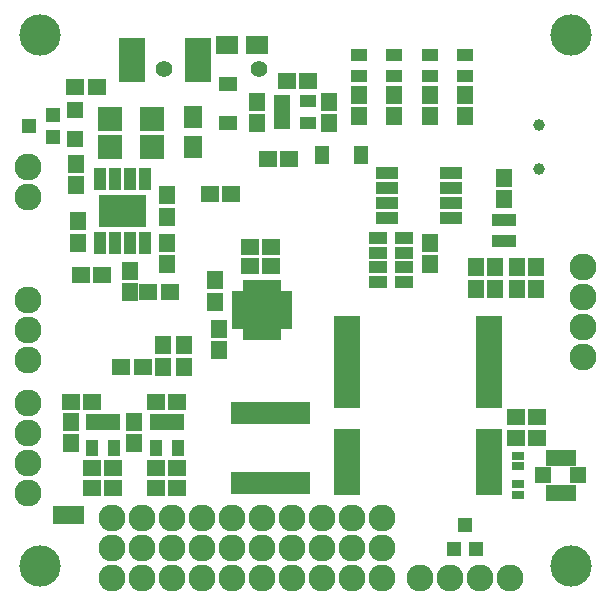
<source format=gbs>
G04 #@! TF.GenerationSoftware,KiCad,Pcbnew,(5.0.0)*
G04 #@! TF.CreationDate,2018-08-31T18:23:00+12:00*
G04 #@! TF.ProjectId,SimpleFC,53696D706C6546432E6B696361645F70,rev?*
G04 #@! TF.SameCoordinates,Original*
G04 #@! TF.FileFunction,Soldermask,Bot*
G04 #@! TF.FilePolarity,Negative*
%FSLAX46Y46*%
G04 Gerber Fmt 4.6, Leading zero omitted, Abs format (unit mm)*
G04 Created by KiCad (PCBNEW (5.0.0)) date 08/31/18 18:23:00*
%MOMM*%
%LPD*%
G01*
G04 APERTURE LIST*
%ADD10R,2.200000X1.200000*%
%ADD11R,1.400000X1.500000*%
%ADD12R,1.500000X1.400000*%
%ADD13R,2.000000X2.000000*%
%ADD14R,1.650000X1.900000*%
%ADD15R,1.900000X1.650000*%
%ADD16R,1.400000X1.400000*%
%ADD17R,1.600000X1.300000*%
%ADD18R,1.300000X1.600000*%
%ADD19R,1.400000X1.070000*%
%ADD20R,1.200000X1.300000*%
%ADD21C,2.280000*%
%ADD22C,1.400000*%
%ADD23R,1.000000X1.600000*%
%ADD24R,2.300000X3.800000*%
%ADD25R,1.300000X1.200000*%
%ADD26R,0.625000X1.000000*%
%ADD27R,0.750000X1.250000*%
%ADD28R,1.250000X0.750000*%
%ADD29R,2.700000X2.700000*%
%ADD30R,1.500000X1.000000*%
%ADD31R,1.575000X1.575000*%
%ADD32R,1.000000X1.950000*%
%ADD33R,1.460000X1.050000*%
%ADD34R,1.950000X1.000000*%
%ADD35R,1.050000X1.460000*%
%ADD36R,0.850000X1.850000*%
%ADD37C,1.000000*%
%ADD38R,1.000000X0.800000*%
%ADD39R,2.600000X1.450000*%
%ADD40C,3.500000*%
G04 APERTURE END LIST*
D10*
G04 #@! TO.C,U12*
X165500000Y-101900000D03*
X165500000Y-103000000D03*
X165500000Y-104100000D03*
X165500000Y-105200000D03*
X165500000Y-106300000D03*
X165500000Y-107400000D03*
X165500000Y-108500000D03*
X165500000Y-111500000D03*
X165500000Y-112600000D03*
X165500000Y-113700000D03*
X165500000Y-114800000D03*
X165500000Y-115900000D03*
X153500000Y-115900000D03*
X153500000Y-114800000D03*
X153500000Y-113700000D03*
X153500000Y-112600000D03*
X153500000Y-111500000D03*
X153500000Y-108500000D03*
X153500000Y-107400000D03*
X153500000Y-106300000D03*
X153500000Y-105200000D03*
X153500000Y-104100000D03*
X153500000Y-103000000D03*
X153500000Y-101900000D03*
G04 #@! TD*
D11*
G04 #@! TO.C,C10*
X139700000Y-105600000D03*
X139700000Y-103800000D03*
G04 #@! TD*
G04 #@! TO.C,C11*
X137900000Y-105600000D03*
X137900000Y-103800000D03*
G04 #@! TD*
G04 #@! TO.C,C12*
X166800000Y-91400000D03*
X166800000Y-89600000D03*
G04 #@! TD*
G04 #@! TO.C,C13*
X166000000Y-99000000D03*
X166000000Y-97200000D03*
G04 #@! TD*
G04 #@! TO.C,C14*
X167900000Y-99000000D03*
X167900000Y-97200000D03*
G04 #@! TD*
G04 #@! TO.C,C15*
X169500000Y-97200000D03*
X169500000Y-99000000D03*
G04 #@! TD*
G04 #@! TO.C,C16*
X164400000Y-97200000D03*
X164400000Y-99000000D03*
G04 #@! TD*
G04 #@! TO.C,C17*
X160500000Y-96900000D03*
X160500000Y-95100000D03*
G04 #@! TD*
G04 #@! TO.C,C18*
X142300000Y-100100000D03*
X142300000Y-98300000D03*
G04 #@! TD*
G04 #@! TO.C,C19*
X142700000Y-104200000D03*
X142700000Y-102400000D03*
G04 #@! TD*
D12*
G04 #@! TO.C,C20*
X145300000Y-95500000D03*
X147100000Y-95500000D03*
G04 #@! TD*
G04 #@! TO.C,C21*
X147100000Y-97100000D03*
X145300000Y-97100000D03*
G04 #@! TD*
D11*
G04 #@! TO.C,C22*
X130600000Y-90200000D03*
X130600000Y-88400000D03*
G04 #@! TD*
D13*
G04 #@! TO.C,C23*
X133400000Y-84600000D03*
X137000000Y-84600000D03*
G04 #@! TD*
G04 #@! TO.C,C24*
X137000000Y-87000000D03*
X133400000Y-87000000D03*
G04 #@! TD*
D11*
G04 #@! TO.C,C25*
X135150000Y-97500000D03*
X135150000Y-99300000D03*
G04 #@! TD*
G04 #@! TO.C,C26*
X130700000Y-93300000D03*
X130700000Y-95100000D03*
G04 #@! TD*
D14*
G04 #@! TO.C,C27*
X140500000Y-84500000D03*
X140500000Y-87000000D03*
G04 #@! TD*
D15*
G04 #@! TO.C,C28*
X145850000Y-78400000D03*
X143350000Y-78400000D03*
G04 #@! TD*
D11*
G04 #@! TO.C,C30*
X152000000Y-85000000D03*
X152000000Y-83200000D03*
G04 #@! TD*
G04 #@! TO.C,C31*
X145900000Y-83200000D03*
X145900000Y-85000000D03*
G04 #@! TD*
D12*
G04 #@! TO.C,C32*
X150200000Y-81400000D03*
X148400000Y-81400000D03*
G04 #@! TD*
G04 #@! TO.C,C34*
X143700000Y-91000000D03*
X141900000Y-91000000D03*
G04 #@! TD*
G04 #@! TO.C,C36*
X139100000Y-114200000D03*
X137300000Y-114200000D03*
G04 #@! TD*
G04 #@! TO.C,C37*
X139100000Y-108600000D03*
X137300000Y-108600000D03*
G04 #@! TD*
G04 #@! TO.C,C38*
X131900000Y-114200000D03*
X133700000Y-114200000D03*
G04 #@! TD*
G04 #@! TO.C,C40*
X131900000Y-108600000D03*
X130100000Y-108600000D03*
G04 #@! TD*
D16*
G04 #@! TO.C,D1*
X130500000Y-86350000D03*
X130500000Y-83850000D03*
G04 #@! TD*
D17*
G04 #@! TO.C,D4*
X143400000Y-85000000D03*
X143400000Y-81700000D03*
G04 #@! TD*
D18*
G04 #@! TO.C,D5*
X154650000Y-87700000D03*
X151350000Y-87700000D03*
G04 #@! TD*
D19*
G04 #@! TO.C,D6*
X154500000Y-79225000D03*
X154500000Y-80975000D03*
G04 #@! TD*
G04 #@! TO.C,D7*
X163500000Y-80975000D03*
X163500000Y-79225000D03*
G04 #@! TD*
G04 #@! TO.C,D8*
X160500000Y-79225000D03*
X160500000Y-80975000D03*
G04 #@! TD*
G04 #@! TO.C,D9*
X157500000Y-80975000D03*
X157500000Y-79225000D03*
G04 #@! TD*
D20*
G04 #@! TO.C,D11*
X163500000Y-119000000D03*
X162550000Y-121000000D03*
X164450000Y-121000000D03*
G04 #@! TD*
D21*
G04 #@! TO.C,J1*
X126500000Y-88730000D03*
X126500000Y-91270000D03*
G04 #@! TD*
D22*
G04 #@! TO.C,J2*
X146050000Y-80400000D03*
X138050000Y-80400000D03*
G04 #@! TD*
D21*
G04 #@! TO.C,J3*
X173500000Y-104810000D03*
X173500000Y-102270000D03*
X173500000Y-99730000D03*
X173500000Y-97190000D03*
G04 #@! TD*
G04 #@! TO.C,J4*
X167310000Y-123500000D03*
X164770000Y-123500000D03*
X162230000Y-123500000D03*
X159690000Y-123500000D03*
G04 #@! TD*
G04 #@! TO.C,J11*
X126500000Y-116310000D03*
X126500000Y-113770000D03*
X126500000Y-111230000D03*
X126500000Y-108690000D03*
G04 #@! TD*
G04 #@! TO.C,J14*
X126500000Y-105040000D03*
X126500000Y-102500000D03*
X126500000Y-99960000D03*
G04 #@! TD*
D23*
G04 #@! TO.C,JP3*
X129100000Y-118200000D03*
X129900000Y-118200000D03*
X130700000Y-118200000D03*
G04 #@! TD*
D12*
G04 #@! TO.C,L1*
X134400000Y-105600000D03*
X136200000Y-105600000D03*
G04 #@! TD*
D24*
G04 #@! TO.C,L2*
X135320000Y-79600000D03*
X140880000Y-79600000D03*
G04 #@! TD*
D25*
G04 #@! TO.C,Q1*
X128600000Y-84250000D03*
X128600000Y-86150000D03*
X126600000Y-85200000D03*
G04 #@! TD*
D12*
G04 #@! TO.C,R1*
X148600000Y-88000000D03*
X146800000Y-88000000D03*
G04 #@! TD*
G04 #@! TO.C,R6*
X132800000Y-97800000D03*
X131000000Y-97800000D03*
G04 #@! TD*
D11*
G04 #@! TO.C,R7*
X138300000Y-92900000D03*
X138300000Y-91100000D03*
G04 #@! TD*
D12*
G04 #@! TO.C,R9*
X132300000Y-81900000D03*
X130500000Y-81900000D03*
G04 #@! TD*
D11*
G04 #@! TO.C,R10*
X138300000Y-96900000D03*
X138300000Y-95100000D03*
G04 #@! TD*
D12*
G04 #@! TO.C,R11*
X138500000Y-99300000D03*
X136700000Y-99300000D03*
G04 #@! TD*
D11*
G04 #@! TO.C,R13*
X154500000Y-82600000D03*
X154500000Y-84400000D03*
G04 #@! TD*
G04 #@! TO.C,R14*
X163500000Y-84400000D03*
X163500000Y-82600000D03*
G04 #@! TD*
G04 #@! TO.C,R15*
X160500000Y-82600000D03*
X160500000Y-84400000D03*
G04 #@! TD*
G04 #@! TO.C,R16*
X157500000Y-84400000D03*
X157500000Y-82600000D03*
G04 #@! TD*
G04 #@! TO.C,R17*
X135500000Y-112100000D03*
X135500000Y-110300000D03*
G04 #@! TD*
D12*
G04 #@! TO.C,R18*
X137300000Y-115900000D03*
X139100000Y-115900000D03*
G04 #@! TD*
D11*
G04 #@! TO.C,R20*
X130100000Y-110300000D03*
X130100000Y-112100000D03*
G04 #@! TD*
D12*
G04 #@! TO.C,R21*
X133700000Y-115900000D03*
X131900000Y-115900000D03*
G04 #@! TD*
D26*
G04 #@! TO.C,U2*
X167600000Y-95000000D03*
X167200000Y-95000000D03*
X166800000Y-95000000D03*
X166400000Y-95000000D03*
X166000000Y-95000000D03*
X166000000Y-93200000D03*
X166400000Y-93200000D03*
X166800000Y-93200000D03*
X167200000Y-93200000D03*
X167600000Y-93200000D03*
G04 #@! TD*
D27*
G04 #@! TO.C,U3*
X147550000Y-102750000D03*
X147050000Y-102750000D03*
X146550000Y-102750000D03*
X146050000Y-102750000D03*
X145550000Y-102750000D03*
X145050000Y-102750000D03*
D28*
X144350000Y-102050000D03*
X144350000Y-101550000D03*
X144350000Y-101050000D03*
X144350000Y-100550000D03*
X144350000Y-100050000D03*
X144350000Y-99550000D03*
D27*
X145050000Y-98850000D03*
X145550000Y-98850000D03*
X146050000Y-98850000D03*
X146550000Y-98850000D03*
X147050000Y-98850000D03*
X147550000Y-98850000D03*
D28*
X148250000Y-99550000D03*
X148250000Y-100050000D03*
X148250000Y-100550000D03*
X148250000Y-101050000D03*
X148250000Y-101550000D03*
X148250000Y-102050000D03*
D29*
X146300000Y-100800000D03*
G04 #@! TD*
D30*
G04 #@! TO.C,U4*
X158300000Y-94700000D03*
X158300000Y-95950000D03*
X158300000Y-97200000D03*
X158300000Y-98450000D03*
X156100000Y-98450000D03*
X156100000Y-97200000D03*
X156100000Y-95950000D03*
X156100000Y-94700000D03*
G04 #@! TD*
D31*
G04 #@! TO.C,U5*
X134500000Y-93000000D03*
X134500000Y-91800000D03*
D32*
X132595000Y-89700000D03*
X133865000Y-89700000D03*
X135135000Y-89700000D03*
X136405000Y-89700000D03*
X136405000Y-95100000D03*
X135135000Y-95100000D03*
X133865000Y-95100000D03*
X132595000Y-95100000D03*
D31*
X135700000Y-93000000D03*
X133300000Y-93000000D03*
X135700000Y-91800000D03*
X133300000Y-91800000D03*
G04 #@! TD*
D33*
G04 #@! TO.C,U6*
X148000000Y-85000000D03*
X148000000Y-84050000D03*
X148000000Y-83100000D03*
X150200000Y-83100000D03*
X150200000Y-85000000D03*
G04 #@! TD*
D34*
G04 #@! TO.C,U7*
X156900000Y-89195000D03*
X156900000Y-90465000D03*
X156900000Y-91735000D03*
X156900000Y-93005000D03*
X162300000Y-93005000D03*
X162300000Y-91735000D03*
X162300000Y-90465000D03*
X162300000Y-89195000D03*
G04 #@! TD*
D35*
G04 #@! TO.C,U8*
X137300000Y-112500000D03*
X139200000Y-112500000D03*
X139200000Y-110300000D03*
X138250000Y-110300000D03*
X137300000Y-110300000D03*
G04 #@! TD*
D36*
G04 #@! TO.C,U9*
X144075000Y-109550000D03*
X144725000Y-109550000D03*
X145375000Y-109550000D03*
X146025000Y-109550000D03*
X146675000Y-109550000D03*
X147325000Y-109550000D03*
X147975000Y-109550000D03*
X148625000Y-109550000D03*
X149275000Y-109550000D03*
X149925000Y-109550000D03*
X149925000Y-115450000D03*
X149275000Y-115450000D03*
X148625000Y-115450000D03*
X147975000Y-115450000D03*
X147325000Y-115450000D03*
X146675000Y-115450000D03*
X146025000Y-115450000D03*
X145375000Y-115450000D03*
X144725000Y-115450000D03*
X144075000Y-115450000D03*
G04 #@! TD*
D35*
G04 #@! TO.C,U10*
X131900000Y-110300000D03*
X132850000Y-110300000D03*
X133800000Y-110300000D03*
X133800000Y-112500000D03*
X131900000Y-112500000D03*
G04 #@! TD*
D37*
G04 #@! TO.C,J12*
X169800000Y-88900000D03*
X169800000Y-85100000D03*
G04 #@! TD*
D21*
G04 #@! TO.C,J5*
X156430000Y-118420000D03*
X133570000Y-118420000D03*
X136110000Y-118420000D03*
X138650000Y-118420000D03*
X141190000Y-118420000D03*
X143730000Y-118420000D03*
X146270000Y-118420000D03*
X148810000Y-118420000D03*
X151350000Y-118420000D03*
X153890000Y-118420000D03*
G04 #@! TD*
G04 #@! TO.C,J6*
X153890000Y-120960000D03*
X151350000Y-120960000D03*
X148810000Y-120960000D03*
X146270000Y-120960000D03*
X143730000Y-120960000D03*
X141190000Y-120960000D03*
X138650000Y-120960000D03*
X136110000Y-120960000D03*
X133570000Y-120960000D03*
X156430000Y-120960000D03*
G04 #@! TD*
G04 #@! TO.C,J7*
X156430000Y-123500000D03*
X133570000Y-123500000D03*
X136110000Y-123500000D03*
X138650000Y-123500000D03*
X141190000Y-123500000D03*
X143730000Y-123500000D03*
X146270000Y-123500000D03*
X148810000Y-123500000D03*
X151350000Y-123500000D03*
X153890000Y-123500000D03*
G04 #@! TD*
D12*
G04 #@! TO.C,C42*
X169600000Y-109900000D03*
X167800000Y-109900000D03*
G04 #@! TD*
D38*
G04 #@! TO.C,D13*
X168000000Y-115550000D03*
X168000000Y-116450000D03*
G04 #@! TD*
D39*
G04 #@! TO.C,J8*
X171600000Y-116275000D03*
X171600000Y-113325000D03*
D16*
X173100000Y-114800000D03*
X170100000Y-114800000D03*
G04 #@! TD*
D38*
G04 #@! TO.C,L3*
X168000000Y-114050000D03*
X168000000Y-113150000D03*
G04 #@! TD*
D12*
G04 #@! TO.C,R28*
X169600000Y-111600000D03*
X167800000Y-111600000D03*
G04 #@! TD*
D40*
G04 #@! TO.C,REF\002A\002A*
X127500000Y-77500000D03*
X172500000Y-77500000D03*
X172500000Y-122500000D03*
X127500000Y-122500000D03*
G04 #@! TD*
M02*

</source>
